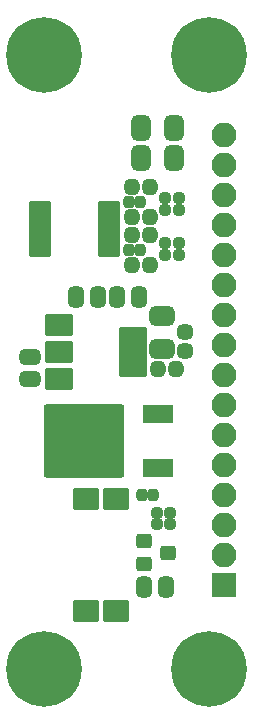
<source format=gts>
G04 #@! TF.GenerationSoftware,KiCad,Pcbnew,6.0.2+dfsg-1*
G04 #@! TF.CreationDate,2022-07-08T08:01:06-07:00*
G04 #@! TF.ProjectId,behavior_panel,62656861-7669-46f7-925f-70616e656c2e,rev?*
G04 #@! TF.SameCoordinates,Original*
G04 #@! TF.FileFunction,Soldermask,Top*
G04 #@! TF.FilePolarity,Negative*
%FSLAX46Y46*%
G04 Gerber Fmt 4.6, Leading zero omitted, Abs format (unit mm)*
G04 Created by KiCad (PCBNEW 6.0.2+dfsg-1) date 2022-07-08 08:01:06*
%MOMM*%
%LPD*%
G01*
G04 APERTURE LIST*
G04 Aperture macros list*
%AMRoundRect*
0 Rectangle with rounded corners*
0 $1 Rounding radius*
0 $2 $3 $4 $5 $6 $7 $8 $9 X,Y pos of 4 corners*
0 Add a 4 corners polygon primitive as box body*
4,1,4,$2,$3,$4,$5,$6,$7,$8,$9,$2,$3,0*
0 Add four circle primitives for the rounded corners*
1,1,$1+$1,$2,$3*
1,1,$1+$1,$4,$5*
1,1,$1+$1,$6,$7*
1,1,$1+$1,$8,$9*
0 Add four rect primitives between the rounded corners*
20,1,$1+$1,$2,$3,$4,$5,0*
20,1,$1+$1,$4,$5,$6,$7,0*
20,1,$1+$1,$6,$7,$8,$9,0*
20,1,$1+$1,$8,$9,$2,$3,0*%
G04 Aperture macros list end*
%ADD10RoundRect,0.418750X-0.218750X-0.256250X0.218750X-0.256250X0.218750X0.256250X-0.218750X0.256250X0*%
%ADD11RoundRect,0.347500X-0.172500X0.147500X-0.172500X-0.147500X0.172500X-0.147500X0.172500X0.147500X0*%
%ADD12RoundRect,0.347500X-0.147500X-0.172500X0.147500X-0.172500X0.147500X0.172500X-0.147500X0.172500X0*%
%ADD13RoundRect,0.347500X0.172500X-0.147500X0.172500X0.147500X-0.172500X0.147500X-0.172500X-0.147500X0*%
%ADD14RoundRect,0.418750X0.218750X0.256250X-0.218750X0.256250X-0.218750X-0.256250X0.218750X-0.256250X0*%
%ADD15RoundRect,0.443750X0.243750X0.456250X-0.243750X0.456250X-0.243750X-0.456250X0.243750X-0.456250X0*%
%ADD16RoundRect,0.200000X-1.000000X-0.750000X1.000000X-0.750000X1.000000X0.750000X-1.000000X0.750000X0*%
%ADD17RoundRect,0.200000X-1.000000X-1.900000X1.000000X-1.900000X1.000000X1.900000X-1.000000X1.900000X0*%
%ADD18RoundRect,0.450000X-0.625000X0.375000X-0.625000X-0.375000X0.625000X-0.375000X0.625000X0.375000X0*%
%ADD19RoundRect,0.347500X0.147500X0.172500X-0.147500X0.172500X-0.147500X-0.172500X0.147500X-0.172500X0*%
%ADD20C,6.400000*%
%ADD21RoundRect,0.443750X0.456250X-0.243750X0.456250X0.243750X-0.456250X0.243750X-0.456250X-0.243750X0*%
%ADD22RoundRect,0.200000X0.725000X0.225000X-0.725000X0.225000X-0.725000X-0.225000X0.725000X-0.225000X0*%
%ADD23RoundRect,0.450000X-0.375000X-0.625000X0.375000X-0.625000X0.375000X0.625000X-0.375000X0.625000X0*%
%ADD24RoundRect,0.200000X0.850000X0.850000X-0.850000X0.850000X-0.850000X-0.850000X0.850000X-0.850000X0*%
%ADD25O,2.100000X2.100000*%
%ADD26RoundRect,0.200000X0.890000X-0.750000X0.890000X0.750000X-0.890000X0.750000X-0.890000X-0.750000X0*%
%ADD27RoundRect,0.200000X-0.450000X-0.400000X0.450000X-0.400000X0.450000X0.400000X-0.450000X0.400000X0*%
%ADD28RoundRect,0.200000X1.100000X0.600000X-1.100000X0.600000X-1.100000X-0.600000X1.100000X-0.600000X0*%
%ADD29RoundRect,0.200000X3.200000X2.900000X-3.200000X2.900000X-3.200000X-2.900000X3.200000X-2.900000X0*%
%ADD30RoundRect,0.418750X0.256250X-0.218750X0.256250X0.218750X-0.256250X0.218750X-0.256250X-0.218750X0*%
G04 APERTURE END LIST*
D10*
X134442000Y-58293000D03*
X136017000Y-58293000D03*
X134429500Y-60833000D03*
X136004500Y-60833000D03*
D11*
X138430000Y-55164000D03*
X138430000Y-56134000D03*
X137287000Y-55141000D03*
X137287000Y-56111000D03*
D12*
X134175500Y-59563000D03*
X135145500Y-59563000D03*
X134198500Y-55499000D03*
X135168500Y-55499000D03*
D13*
X137287000Y-59921000D03*
X137287000Y-58951000D03*
D14*
X138201400Y-69596000D03*
X136626400Y-69596000D03*
D15*
X131605500Y-63500000D03*
X129730500Y-63500000D03*
D16*
X128282300Y-65873600D03*
X128282300Y-68173600D03*
D17*
X134582300Y-68173600D03*
D16*
X128282300Y-70473600D03*
D18*
X137033000Y-65081500D03*
X137033000Y-67881500D03*
D15*
X135064500Y-63500000D03*
X133189500Y-63500000D03*
D19*
X136263000Y-80264000D03*
X135293000Y-80264000D03*
D20*
X127000000Y-43000000D03*
X141000000Y-43000000D03*
X127000000Y-95000000D03*
X141000000Y-95000000D03*
D13*
X138430000Y-59921000D03*
X138430000Y-58951000D03*
D21*
X125857000Y-70421500D03*
X125857000Y-68546500D03*
D22*
X132544400Y-59671500D03*
X132544400Y-59021500D03*
X132544400Y-58371500D03*
X132544400Y-57721500D03*
X132544400Y-57071500D03*
X132544400Y-56421500D03*
X132544400Y-55771500D03*
X126644400Y-55771500D03*
X126644400Y-56421500D03*
X126644400Y-57071500D03*
X126644400Y-57721500D03*
X126644400Y-58371500D03*
X126644400Y-59021500D03*
X126644400Y-59671500D03*
D23*
X135185500Y-49212500D03*
X137985500Y-49212500D03*
D10*
X134429500Y-54229000D03*
X136004500Y-54229000D03*
X134442100Y-56769000D03*
X136017100Y-56769000D03*
D23*
X135185500Y-51752500D03*
X137985500Y-51752500D03*
D24*
X142240000Y-87884000D03*
D25*
X142240000Y-85344000D03*
X142240000Y-82804000D03*
X142240000Y-80264000D03*
X142240000Y-77724000D03*
X142240000Y-75184000D03*
X142240000Y-72644000D03*
X142240000Y-70104000D03*
X142240000Y-67564000D03*
X142240000Y-65024000D03*
X142240000Y-62484000D03*
X142240000Y-59944000D03*
X142240000Y-57404000D03*
X142240000Y-54864000D03*
X142240000Y-52324000D03*
X142240000Y-49784000D03*
D13*
X136575800Y-82730200D03*
X136575800Y-81760200D03*
D15*
X137386300Y-88036400D03*
X135511300Y-88036400D03*
D13*
X137668000Y-82730200D03*
X137668000Y-81760200D03*
D26*
X130556000Y-90109000D03*
X133096000Y-90109000D03*
X133096000Y-80579000D03*
X130556000Y-80579000D03*
D27*
X135499600Y-84190800D03*
X135499600Y-86090800D03*
X137499600Y-85140800D03*
D28*
X136689500Y-77971000D03*
D29*
X130389500Y-75691000D03*
D28*
X136689500Y-73411000D03*
D30*
X138988800Y-68072100D03*
X138988800Y-66497100D03*
M02*

</source>
